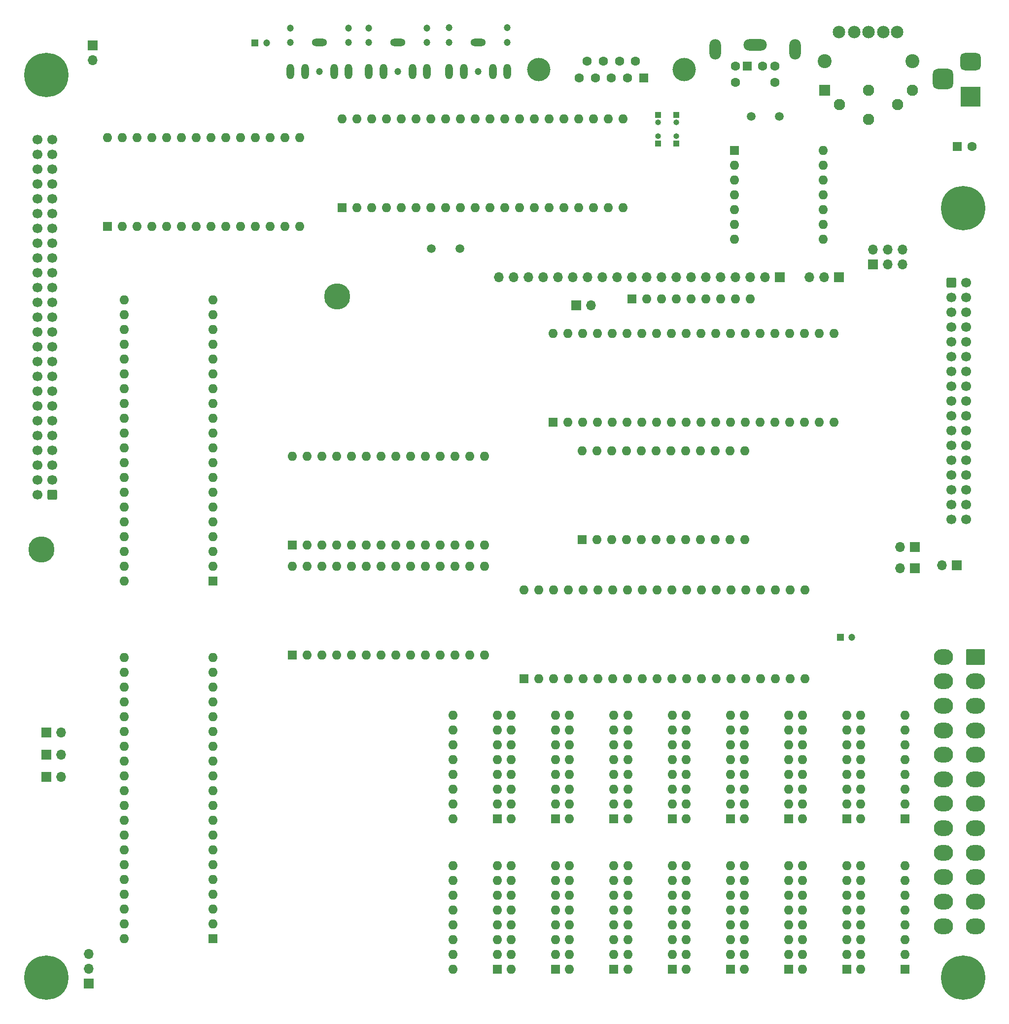
<source format=gbr>
%TF.GenerationSoftware,KiCad,Pcbnew,7.0.1*%
%TF.CreationDate,2023-05-06T23:27:48+01:00*%
%TF.ProjectId,CPC464-2MINIITX,43504334-3634-42d3-924d-494e49495458,rev?*%
%TF.SameCoordinates,Original*%
%TF.FileFunction,Soldermask,Bot*%
%TF.FilePolarity,Negative*%
%FSLAX46Y46*%
G04 Gerber Fmt 4.6, Leading zero omitted, Abs format (unit mm)*
G04 Created by KiCad (PCBNEW 7.0.1) date 2023-05-06 23:27:48*
%MOMM*%
%LPD*%
G01*
G04 APERTURE LIST*
G04 Aperture macros list*
%AMRoundRect*
0 Rectangle with rounded corners*
0 $1 Rounding radius*
0 $2 $3 $4 $5 $6 $7 $8 $9 X,Y pos of 4 corners*
0 Add a 4 corners polygon primitive as box body*
4,1,4,$2,$3,$4,$5,$6,$7,$8,$9,$2,$3,0*
0 Add four circle primitives for the rounded corners*
1,1,$1+$1,$2,$3*
1,1,$1+$1,$4,$5*
1,1,$1+$1,$6,$7*
1,1,$1+$1,$8,$9*
0 Add four rect primitives between the rounded corners*
20,1,$1+$1,$2,$3,$4,$5,0*
20,1,$1+$1,$4,$5,$6,$7,0*
20,1,$1+$1,$6,$7,$8,$9,0*
20,1,$1+$1,$8,$9,$2,$3,0*%
G04 Aperture macros list end*
%ADD10R,1.600000X1.600000*%
%ADD11O,1.600000X1.600000*%
%ADD12RoundRect,0.250000X-0.600000X-0.600000X0.600000X-0.600000X0.600000X0.600000X-0.600000X0.600000X0*%
%ADD13C,1.700000*%
%ADD14RoundRect,0.250000X0.600000X0.600000X-0.600000X0.600000X-0.600000X-0.600000X0.600000X-0.600000X0*%
%ADD15R,1.200000X1.200000*%
%ADD16C,1.200000*%
%ADD17C,4.500000*%
%ADD18C,0.800000*%
%ADD19C,7.620000*%
%ADD20C,1.500000*%
%ADD21R,1.000000X1.000000*%
%ADD22O,1.000000X1.000000*%
%ADD23O,2.616000X1.308000*%
%ADD24O,1.308000X2.616000*%
%ADD25R,1.700000X1.700000*%
%ADD26O,1.700000X1.700000*%
%ADD27R,3.500000X3.500000*%
%ADD28RoundRect,0.750000X-1.000000X0.750000X-1.000000X-0.750000X1.000000X-0.750000X1.000000X0.750000X0*%
%ADD29RoundRect,0.875000X-0.875000X0.875000X-0.875000X-0.875000X0.875000X-0.875000X0.875000X0.875000X0*%
%ADD30C,1.600000*%
%ADD31O,4.000000X2.000000*%
%ADD32O,2.000000X3.500000*%
%ADD33C,4.000000*%
%ADD34RoundRect,0.250001X-1.399999X1.099999X-1.399999X-1.099999X1.399999X-1.099999X1.399999X1.099999X0*%
%ADD35O,3.300000X2.700000*%
%ADD36C,2.400000*%
%ADD37R,1.950000X1.950000*%
%ADD38C,1.950000*%
%ADD39C,2.150000*%
G04 APERTURE END LIST*
D10*
%TO.C,IC111*%
X63680000Y-125200000D03*
D11*
X63680000Y-122660000D03*
X63680000Y-120120000D03*
X63680000Y-117580000D03*
X63680000Y-115040000D03*
X63680000Y-112500000D03*
X63680000Y-109960000D03*
X63680000Y-107420000D03*
X63680000Y-104880000D03*
X63680000Y-102340000D03*
X63680000Y-99800000D03*
X63680000Y-97260000D03*
X63680000Y-94720000D03*
X63680000Y-92180000D03*
X63680000Y-89640000D03*
X63680000Y-87100000D03*
X63680000Y-84560000D03*
X63680000Y-82020000D03*
X63680000Y-79480000D03*
X63680000Y-76940000D03*
X48440000Y-76940000D03*
X48440000Y-79480000D03*
X48440000Y-82020000D03*
X48440000Y-84560000D03*
X48440000Y-87100000D03*
X48440000Y-89640000D03*
X48440000Y-92180000D03*
X48440000Y-94720000D03*
X48440000Y-97260000D03*
X48440000Y-99800000D03*
X48440000Y-102340000D03*
X48440000Y-104880000D03*
X48440000Y-107420000D03*
X48440000Y-109960000D03*
X48440000Y-112500000D03*
X48440000Y-115040000D03*
X48440000Y-117580000D03*
X48440000Y-120120000D03*
X48440000Y-122660000D03*
X48440000Y-125200000D03*
%TD*%
D10*
%TO.C,IC701*%
X112520000Y-191830000D03*
D11*
X112520000Y-189290000D03*
X112520000Y-186750000D03*
X112520000Y-184210000D03*
X112520000Y-181670000D03*
X112520000Y-179130000D03*
X112520000Y-176590000D03*
X112520000Y-174050000D03*
X104900000Y-174050000D03*
X104900000Y-176590000D03*
X104900000Y-179130000D03*
X104900000Y-181670000D03*
X104900000Y-184210000D03*
X104900000Y-186750000D03*
X104900000Y-189290000D03*
X104900000Y-191830000D03*
%TD*%
D12*
%TO.C,CD402*%
X190500000Y-73959800D03*
D13*
X193040000Y-73959800D03*
X190500000Y-76499800D03*
X193040000Y-76499800D03*
X190500000Y-79039800D03*
X193040000Y-79039800D03*
X190500000Y-81579800D03*
X193040000Y-81579800D03*
X190500000Y-84119800D03*
X193040000Y-84119800D03*
X190500000Y-86659800D03*
X193040000Y-86659800D03*
X190500000Y-89199800D03*
X193040000Y-89199800D03*
X190500000Y-91739800D03*
X193040000Y-91739800D03*
X190500000Y-94279800D03*
X193040000Y-94279800D03*
X190500000Y-96819800D03*
X193040000Y-96819800D03*
X190500000Y-99359800D03*
X193040000Y-99359800D03*
X190500000Y-101899800D03*
X193040000Y-101899800D03*
X190500000Y-104439800D03*
X193040000Y-104439800D03*
X190500000Y-106979800D03*
X193040000Y-106979800D03*
X190500000Y-109519800D03*
X193040000Y-109519800D03*
X190500000Y-112059800D03*
X193040000Y-112059800D03*
X190500000Y-114599800D03*
X193040000Y-114599800D03*
%TD*%
D14*
%TO.C,PL1*%
X36086000Y-110432000D03*
D13*
X33546000Y-110432000D03*
X36086000Y-107892000D03*
X33546000Y-107892000D03*
X36086000Y-105352000D03*
X33546000Y-105352000D03*
X36086000Y-102812000D03*
X33546000Y-102812000D03*
X36086000Y-100272000D03*
X33546000Y-100272000D03*
X36086000Y-97732000D03*
X33546000Y-97732000D03*
X36086000Y-95192000D03*
X33546000Y-95192000D03*
X36086000Y-92652000D03*
X33546000Y-92652000D03*
X36086000Y-90112000D03*
X33546000Y-90112000D03*
X36086000Y-87572000D03*
X33546000Y-87572000D03*
X36086000Y-85032000D03*
X33546000Y-85032000D03*
X36086000Y-82492000D03*
X33546000Y-82492000D03*
X36086000Y-79952000D03*
X33546000Y-79952000D03*
X36086000Y-77412000D03*
X33546000Y-77412000D03*
X36086000Y-74872000D03*
X33546000Y-74872000D03*
X36086000Y-72332000D03*
X33546000Y-72332000D03*
X36086000Y-69792000D03*
X33546000Y-69792000D03*
X36086000Y-67252000D03*
X33546000Y-67252000D03*
X36086000Y-64712000D03*
X33546000Y-64712000D03*
X36086000Y-62172000D03*
X33546000Y-62172000D03*
X36086000Y-59632000D03*
X33546000Y-59632000D03*
X36086000Y-57092000D03*
X33546000Y-57092000D03*
X36086000Y-54552000D03*
X33546000Y-54552000D03*
X36086000Y-52012000D03*
X33546000Y-52012000D03*
X36086000Y-49472000D03*
X33546000Y-49472000D03*
%TD*%
D10*
%TO.C,IC704*%
X142520000Y-191830000D03*
D11*
X142520000Y-189290000D03*
X142520000Y-186750000D03*
X142520000Y-184210000D03*
X142520000Y-181670000D03*
X142520000Y-179130000D03*
X142520000Y-176590000D03*
X142520000Y-174050000D03*
X134900000Y-174050000D03*
X134900000Y-176590000D03*
X134900000Y-179130000D03*
X134900000Y-181670000D03*
X134900000Y-184210000D03*
X134900000Y-186750000D03*
X134900000Y-189290000D03*
X134900000Y-191830000D03*
%TD*%
%TO.C,NR1*%
X155917000Y-76776000D03*
X153377000Y-76776000D03*
X150837000Y-76776000D03*
X148297000Y-76776000D03*
X145757000Y-76776000D03*
X143217000Y-76776000D03*
X140677000Y-76776000D03*
X138137000Y-76776000D03*
D10*
X135597000Y-76776000D03*
%TD*%
D15*
%TO.C,C1071*%
X171400000Y-134850000D03*
D16*
X173400000Y-134850000D03*
%TD*%
D17*
%TO.C,H7*%
X84976000Y-76401000D03*
%TD*%
D18*
%TO.C,HA2*%
X192494200Y-58322600D03*
X192494200Y-64037600D03*
X194514758Y-59159542D03*
X194514758Y-63200658D03*
X190473642Y-63200658D03*
X190473642Y-59159542D03*
X195351700Y-61180100D03*
X189636700Y-61180100D03*
D19*
X192494200Y-61180100D03*
%TD*%
D20*
%TO.C,Y800*%
X160964000Y-45464000D03*
X156084000Y-45464000D03*
%TD*%
D21*
%TO.C,LK3*%
X140133200Y-50150000D03*
D22*
X140133200Y-48880000D03*
%TD*%
D21*
%TO.C,LK4*%
X143250000Y-50150000D03*
D22*
X143250000Y-48880000D03*
%TD*%
D16*
%TO.C,J103*%
X86963500Y-32774000D03*
X76963500Y-32774000D03*
X76963500Y-30274000D03*
X81963500Y-37774000D03*
X86963500Y-30274000D03*
D23*
X81963500Y-32774000D03*
D24*
X76963500Y-37774000D03*
X86963500Y-37774000D03*
X79463500Y-37774000D03*
X84463500Y-37774000D03*
%TD*%
D10*
%TO.C,IC122*%
X162520000Y-166000000D03*
D11*
X162520000Y-163460000D03*
X162520000Y-160920000D03*
X162520000Y-158380000D03*
X162520000Y-155840000D03*
X162520000Y-153300000D03*
X162520000Y-150760000D03*
X162520000Y-148220000D03*
X154900000Y-148220000D03*
X154900000Y-150760000D03*
X154900000Y-153300000D03*
X154900000Y-155840000D03*
X154900000Y-158380000D03*
X154900000Y-160920000D03*
X154900000Y-163460000D03*
X154900000Y-166000000D03*
%TD*%
D10*
%TO.C,IC121*%
X152520000Y-166000000D03*
D11*
X152520000Y-163460000D03*
X152520000Y-160920000D03*
X152520000Y-158380000D03*
X152520000Y-155840000D03*
X152520000Y-153300000D03*
X152520000Y-150760000D03*
X152520000Y-148220000D03*
X144900000Y-148220000D03*
X144900000Y-150760000D03*
X144900000Y-153300000D03*
X144900000Y-155840000D03*
X144900000Y-158380000D03*
X144900000Y-160920000D03*
X144900000Y-163460000D03*
X144900000Y-166000000D03*
%TD*%
D25*
%TO.C,J1071*%
X184210000Y-123000000D03*
D26*
X181670000Y-123000000D03*
%TD*%
D27*
%TO.C,J104*%
X193743500Y-42068000D03*
D28*
X193743500Y-36068000D03*
D29*
X189043500Y-39068000D03*
%TD*%
D10*
%TO.C,J804*%
X155470000Y-36825000D03*
D30*
X158070000Y-36825000D03*
X153370000Y-36825000D03*
X160170000Y-36825000D03*
X153370000Y-39625000D03*
X160170000Y-39625000D03*
D31*
X156770000Y-33175000D03*
D32*
X163620000Y-33975000D03*
X149920000Y-33975000D03*
%TD*%
D25*
%TO.C,J903*%
X42350000Y-194300000D03*
D26*
X42350000Y-191760000D03*
X42350000Y-189220000D03*
%TD*%
D25*
%TO.C,LK6*%
X35060000Y-155020000D03*
D26*
X37600000Y-155020000D03*
%TD*%
D30*
%TO.C,J102*%
X127935000Y-35986300D03*
X130705000Y-35986300D03*
X133475000Y-35986300D03*
X136245000Y-35986300D03*
X126550000Y-38826300D03*
X129320000Y-38826300D03*
X132090000Y-38826300D03*
X134860000Y-38826300D03*
D10*
X137630000Y-38826300D03*
D33*
X144590000Y-37406300D03*
X119590000Y-37406300D03*
%TD*%
D17*
%TO.C,H1*%
X34176000Y-119835000D03*
%TD*%
D10*
%TO.C,IC117*%
X142520000Y-166000000D03*
D11*
X142520000Y-163460000D03*
X142520000Y-160920000D03*
X142520000Y-158380000D03*
X142520000Y-155840000D03*
X142520000Y-153300000D03*
X142520000Y-150760000D03*
X142520000Y-148220000D03*
X134900000Y-148220000D03*
X134900000Y-150760000D03*
X134900000Y-153300000D03*
X134900000Y-155840000D03*
X134900000Y-158380000D03*
X134900000Y-160920000D03*
X134900000Y-163460000D03*
X134900000Y-166000000D03*
%TD*%
D10*
%TO.C,IC702*%
X122520000Y-191830000D03*
D11*
X122520000Y-189290000D03*
X122520000Y-186750000D03*
X122520000Y-184210000D03*
X122520000Y-181670000D03*
X122520000Y-179130000D03*
X122520000Y-176590000D03*
X122520000Y-174050000D03*
X114900000Y-174050000D03*
X114900000Y-176590000D03*
X114900000Y-179130000D03*
X114900000Y-181670000D03*
X114900000Y-184210000D03*
X114900000Y-186750000D03*
X114900000Y-189290000D03*
X114900000Y-191830000D03*
%TD*%
D10*
%TO.C,IC707*%
X172520000Y-191830000D03*
D11*
X172520000Y-189290000D03*
X172520000Y-186750000D03*
X172520000Y-184210000D03*
X172520000Y-181670000D03*
X172520000Y-179130000D03*
X172520000Y-176590000D03*
X172520000Y-174050000D03*
X164900000Y-174050000D03*
X164900000Y-176590000D03*
X164900000Y-179130000D03*
X164900000Y-181670000D03*
X164900000Y-184210000D03*
X164900000Y-186750000D03*
X164900000Y-189290000D03*
X164900000Y-191830000D03*
%TD*%
%TO.C,IC107*%
X85875000Y-45885000D03*
X88415000Y-45885000D03*
X90955000Y-45885000D03*
X93495000Y-45885000D03*
X96035000Y-45885000D03*
X98575000Y-45885000D03*
X101115000Y-45885000D03*
X103655000Y-45885000D03*
X106195000Y-45885000D03*
X108735000Y-45885000D03*
X111275000Y-45885000D03*
X113815000Y-45885000D03*
X116355000Y-45885000D03*
X118895000Y-45885000D03*
X121435000Y-45885000D03*
X123975000Y-45885000D03*
X126515000Y-45885000D03*
X129055000Y-45885000D03*
X131595000Y-45885000D03*
X134135000Y-45885000D03*
X134135000Y-61125000D03*
X131595000Y-61125000D03*
X129055000Y-61125000D03*
X126515000Y-61125000D03*
X123975000Y-61125000D03*
X121435000Y-61125000D03*
X118895000Y-61125000D03*
X116355000Y-61125000D03*
X113815000Y-61125000D03*
X111275000Y-61125000D03*
X108735000Y-61125000D03*
X106195000Y-61125000D03*
X103655000Y-61125000D03*
X101115000Y-61125000D03*
X98575000Y-61125000D03*
X96035000Y-61125000D03*
X93495000Y-61125000D03*
X90955000Y-61125000D03*
X88415000Y-61125000D03*
D10*
X85875000Y-61125000D03*
%TD*%
D18*
%TO.C,HA3*%
X35014200Y-190402600D03*
X35014200Y-196117600D03*
X37034758Y-191239542D03*
X37034758Y-195280658D03*
X32993642Y-195280658D03*
X32993642Y-191239542D03*
X37871700Y-193260100D03*
X32156700Y-193260100D03*
D19*
X35014200Y-193260100D03*
%TD*%
D21*
%TO.C,LK2*%
X143250000Y-45200000D03*
D22*
X143250000Y-46470000D03*
%TD*%
D10*
%TO.C,IC108*%
X63690000Y-186640000D03*
D11*
X63690000Y-184100000D03*
X63690000Y-181560000D03*
X63690000Y-179020000D03*
X63690000Y-176480000D03*
X63690000Y-173940000D03*
X63690000Y-171400000D03*
X63690000Y-168860000D03*
X63690000Y-166320000D03*
X63690000Y-163780000D03*
X63690000Y-161240000D03*
X63690000Y-158700000D03*
X63690000Y-156160000D03*
X63690000Y-153620000D03*
X63690000Y-151080000D03*
X63690000Y-148540000D03*
X63690000Y-146000000D03*
X63690000Y-143460000D03*
X63690000Y-140920000D03*
X63690000Y-138380000D03*
X48450000Y-138380000D03*
X48450000Y-140920000D03*
X48450000Y-143460000D03*
X48450000Y-146000000D03*
X48450000Y-148540000D03*
X48450000Y-151080000D03*
X48450000Y-153620000D03*
X48450000Y-156160000D03*
X48450000Y-158700000D03*
X48450000Y-161240000D03*
X48450000Y-163780000D03*
X48450000Y-166320000D03*
X48450000Y-168860000D03*
X48450000Y-171400000D03*
X48450000Y-173940000D03*
X48450000Y-176480000D03*
X48450000Y-179020000D03*
X48450000Y-181560000D03*
X48450000Y-184100000D03*
X48450000Y-186640000D03*
%TD*%
D25*
%TO.C,J106*%
X126025000Y-77900000D03*
D26*
X128565000Y-77900000D03*
%TD*%
D10*
%TO.C,IC705*%
X152520000Y-191830000D03*
D11*
X152520000Y-189290000D03*
X152520000Y-186750000D03*
X152520000Y-184210000D03*
X152520000Y-181670000D03*
X152520000Y-179130000D03*
X152520000Y-176590000D03*
X152520000Y-174050000D03*
X144900000Y-174050000D03*
X144900000Y-176590000D03*
X144900000Y-179130000D03*
X144900000Y-181670000D03*
X144900000Y-184210000D03*
X144900000Y-186750000D03*
X144900000Y-189290000D03*
X144900000Y-191830000D03*
%TD*%
D20*
%TO.C,X101*%
X101150000Y-68150000D03*
X106030000Y-68150000D03*
%TD*%
D10*
%TO.C,IC118*%
X132520000Y-166000000D03*
D11*
X132520000Y-163460000D03*
X132520000Y-160920000D03*
X132520000Y-158380000D03*
X132520000Y-155840000D03*
X132520000Y-153300000D03*
X132520000Y-150760000D03*
X132520000Y-148220000D03*
X124900000Y-148220000D03*
X124900000Y-150760000D03*
X124900000Y-153300000D03*
X124900000Y-155840000D03*
X124900000Y-158380000D03*
X124900000Y-160920000D03*
X124900000Y-163460000D03*
X124900000Y-166000000D03*
%TD*%
D10*
%TO.C,IC103*%
X77300000Y-119025000D03*
D11*
X79840000Y-119025000D03*
X82380000Y-119025000D03*
X84920000Y-119025000D03*
X87460000Y-119025000D03*
X90000000Y-119025000D03*
X92540000Y-119025000D03*
X95080000Y-119025000D03*
X97620000Y-119025000D03*
X100160000Y-119025000D03*
X102700000Y-119025000D03*
X105240000Y-119025000D03*
X107780000Y-119025000D03*
X110320000Y-119025000D03*
X110320000Y-103785000D03*
X107780000Y-103785000D03*
X105240000Y-103785000D03*
X102700000Y-103785000D03*
X100160000Y-103785000D03*
X97620000Y-103785000D03*
X95080000Y-103785000D03*
X92540000Y-103785000D03*
X90000000Y-103785000D03*
X87460000Y-103785000D03*
X84920000Y-103785000D03*
X82380000Y-103785000D03*
X79840000Y-103785000D03*
X77300000Y-103785000D03*
%TD*%
D10*
%TO.C,IC706*%
X162520000Y-191830000D03*
D11*
X162520000Y-189290000D03*
X162520000Y-186750000D03*
X162520000Y-184210000D03*
X162520000Y-181670000D03*
X162520000Y-179130000D03*
X162520000Y-176590000D03*
X162520000Y-174050000D03*
X154900000Y-174050000D03*
X154900000Y-176590000D03*
X154900000Y-179130000D03*
X154900000Y-181670000D03*
X154900000Y-184210000D03*
X154900000Y-186750000D03*
X154900000Y-189290000D03*
X154900000Y-191830000D03*
%TD*%
D10*
%TO.C,IC120*%
X112520000Y-165993400D03*
D11*
X112520000Y-163453400D03*
X112520000Y-160913400D03*
X112520000Y-158373400D03*
X112520000Y-155833400D03*
X112520000Y-153293400D03*
X112520000Y-150753400D03*
X112520000Y-148213400D03*
X104900000Y-148213400D03*
X104900000Y-150753400D03*
X104900000Y-153293400D03*
X104900000Y-155833400D03*
X104900000Y-158373400D03*
X104900000Y-160913400D03*
X104900000Y-163453400D03*
X104900000Y-165993400D03*
%TD*%
D26*
%TO.C,CP2*%
X112790000Y-73050000D03*
X115330000Y-73050000D03*
X117870000Y-73050000D03*
X120410000Y-73050000D03*
X122950000Y-73050000D03*
X125490000Y-73050000D03*
X128030000Y-73050000D03*
X130570000Y-73050000D03*
X133110000Y-73050000D03*
X135650000Y-73050000D03*
X138190000Y-73050000D03*
X140730000Y-73050000D03*
X143270000Y-73050000D03*
X145810000Y-73050000D03*
X148350000Y-73050000D03*
X150890000Y-73050000D03*
X153430000Y-73050000D03*
X155970000Y-73050000D03*
X158510000Y-73050000D03*
D25*
X161050000Y-73050000D03*
%TD*%
D10*
%TO.C,IC102*%
X45550000Y-64325000D03*
D11*
X48090000Y-64325000D03*
X50630000Y-64325000D03*
X53170000Y-64325000D03*
X55710000Y-64325000D03*
X58250000Y-64325000D03*
X60790000Y-64325000D03*
X63330000Y-64325000D03*
X65870000Y-64325000D03*
X68410000Y-64325000D03*
X70950000Y-64325000D03*
X73490000Y-64325000D03*
X76030000Y-64325000D03*
X78570000Y-64325000D03*
X78570000Y-49085000D03*
X76030000Y-49085000D03*
X73490000Y-49085000D03*
X70950000Y-49085000D03*
X68410000Y-49085000D03*
X65870000Y-49085000D03*
X63330000Y-49085000D03*
X60790000Y-49085000D03*
X58250000Y-49085000D03*
X55710000Y-49085000D03*
X53170000Y-49085000D03*
X50630000Y-49085000D03*
X48090000Y-49085000D03*
X45550000Y-49085000D03*
%TD*%
D10*
%TO.C,IC404*%
X77300000Y-137885000D03*
D11*
X79840000Y-137885000D03*
X82380000Y-137885000D03*
X84920000Y-137885000D03*
X87460000Y-137885000D03*
X90000000Y-137885000D03*
X92540000Y-137885000D03*
X95080000Y-137885000D03*
X97620000Y-137885000D03*
X100160000Y-137885000D03*
X102700000Y-137885000D03*
X105240000Y-137885000D03*
X107780000Y-137885000D03*
X110320000Y-137885000D03*
X110320000Y-122645000D03*
X107780000Y-122645000D03*
X105240000Y-122645000D03*
X102700000Y-122645000D03*
X100160000Y-122645000D03*
X97620000Y-122645000D03*
X95080000Y-122645000D03*
X92540000Y-122645000D03*
X90000000Y-122645000D03*
X87460000Y-122645000D03*
X84920000Y-122645000D03*
X82380000Y-122645000D03*
X79840000Y-122645000D03*
X77300000Y-122645000D03*
%TD*%
D10*
%TO.C,IC708*%
X182520000Y-191830000D03*
D11*
X182520000Y-189290000D03*
X182520000Y-186750000D03*
X182520000Y-184210000D03*
X182520000Y-181670000D03*
X182520000Y-179130000D03*
X182520000Y-176590000D03*
X182520000Y-174050000D03*
X174900000Y-174050000D03*
X174900000Y-176590000D03*
X174900000Y-179130000D03*
X174900000Y-181670000D03*
X174900000Y-184210000D03*
X174900000Y-186750000D03*
X174900000Y-189290000D03*
X174900000Y-191830000D03*
%TD*%
D10*
%TO.C,IC123*%
X172520000Y-166000000D03*
D11*
X172520000Y-163460000D03*
X172520000Y-160920000D03*
X172520000Y-158380000D03*
X172520000Y-155840000D03*
X172520000Y-153300000D03*
X172520000Y-150760000D03*
X172520000Y-148220000D03*
X164900000Y-148220000D03*
X164900000Y-150760000D03*
X164900000Y-153300000D03*
X164900000Y-155840000D03*
X164900000Y-158380000D03*
X164900000Y-160920000D03*
X164900000Y-163460000D03*
X164900000Y-166000000D03*
%TD*%
D16*
%TO.C,J350*%
X100425500Y-32774000D03*
X90425500Y-32774000D03*
X90425500Y-30274000D03*
X95425500Y-37774000D03*
X100425500Y-30274000D03*
D23*
X95425500Y-32774000D03*
D24*
X90425500Y-37774000D03*
X100425500Y-37774000D03*
X92925500Y-37774000D03*
X97925500Y-37774000D03*
%TD*%
D25*
%TO.C,J800*%
X177053000Y-70871000D03*
D26*
X177053000Y-68331000D03*
X179593000Y-70871000D03*
X179593000Y-68331000D03*
X182133000Y-70871000D03*
X182133000Y-68331000D03*
%TD*%
D25*
%TO.C,LK5*%
X35060000Y-158850000D03*
D26*
X37600000Y-158850000D03*
%TD*%
D21*
%TO.C,LK1*%
X140133200Y-45200000D03*
D22*
X140133200Y-46470000D03*
%TD*%
D34*
%TO.C,J901*%
X194600000Y-138250000D03*
D35*
X194600000Y-142450000D03*
X194600000Y-146650000D03*
X194600000Y-150850000D03*
X194600000Y-155050000D03*
X194600000Y-159250000D03*
X194600000Y-163450000D03*
X194600000Y-167650000D03*
X194600000Y-171850000D03*
X194600000Y-176050000D03*
X194600000Y-180250000D03*
X194600000Y-184450000D03*
X189100000Y-138250000D03*
X189100000Y-142450000D03*
X189100000Y-146650000D03*
X189100000Y-150850000D03*
X189100000Y-155050000D03*
X189100000Y-159250000D03*
X189100000Y-163450000D03*
X189100000Y-167650000D03*
X189100000Y-171850000D03*
X189100000Y-176050000D03*
X189100000Y-180250000D03*
X189100000Y-184450000D03*
%TD*%
D10*
%TO.C,IC124*%
X182520000Y-166000000D03*
D11*
X182520000Y-163460000D03*
X182520000Y-160920000D03*
X182520000Y-158380000D03*
X182520000Y-155840000D03*
X182520000Y-153300000D03*
X182520000Y-150760000D03*
X182520000Y-148220000D03*
X174900000Y-148220000D03*
X174900000Y-150760000D03*
X174900000Y-153300000D03*
X174900000Y-155840000D03*
X174900000Y-158380000D03*
X174900000Y-160920000D03*
X174900000Y-163460000D03*
X174900000Y-166000000D03*
%TD*%
D25*
%TO.C,J902*%
X184200000Y-119350000D03*
D26*
X181660000Y-119350000D03*
%TD*%
D10*
%TO.C,IC804*%
X153260000Y-51350000D03*
D11*
X153260000Y-53890000D03*
X153260000Y-56430000D03*
X153260000Y-58970000D03*
X153260000Y-61510000D03*
X153260000Y-64050000D03*
X153260000Y-66590000D03*
X168500000Y-66590000D03*
X168500000Y-64050000D03*
X168500000Y-61510000D03*
X168500000Y-58970000D03*
X168500000Y-56430000D03*
X168500000Y-53890000D03*
X168500000Y-51350000D03*
%TD*%
D18*
%TO.C,HA1*%
X192494200Y-190402600D03*
X192494200Y-196117600D03*
X194514758Y-191239542D03*
X194514758Y-195280658D03*
X190473642Y-195280658D03*
X190473642Y-191239542D03*
X195351700Y-193260100D03*
X189636700Y-193260100D03*
D19*
X192494200Y-193260100D03*
%TD*%
D10*
%TO.C,IC451*%
X127030000Y-118090000D03*
D11*
X129570000Y-118090000D03*
X132110000Y-118090000D03*
X134650000Y-118090000D03*
X137190000Y-118090000D03*
X139730000Y-118090000D03*
X142270000Y-118090000D03*
X144810000Y-118090000D03*
X147350000Y-118090000D03*
X149890000Y-118090000D03*
X152430000Y-118090000D03*
X154970000Y-118090000D03*
X154970000Y-102850000D03*
X152430000Y-102850000D03*
X149890000Y-102850000D03*
X147350000Y-102850000D03*
X144810000Y-102850000D03*
X142270000Y-102850000D03*
X139730000Y-102850000D03*
X137190000Y-102850000D03*
X134650000Y-102850000D03*
X132110000Y-102850000D03*
X129570000Y-102850000D03*
X127030000Y-102850000D03*
%TD*%
D18*
%TO.C,HA4*%
X35014200Y-35462600D03*
X35014200Y-41177600D03*
X37034758Y-36299542D03*
X37034758Y-40340658D03*
X32993642Y-40340658D03*
X32993642Y-36299542D03*
X37871700Y-38320100D03*
X32156700Y-38320100D03*
D19*
X35014200Y-38320100D03*
%TD*%
D10*
%TO.C,IC401*%
X122093400Y-97969000D03*
D11*
X124633400Y-97969000D03*
X127173400Y-97969000D03*
X129713400Y-97969000D03*
X132253400Y-97969000D03*
X134793400Y-97969000D03*
X137333400Y-97969000D03*
X139873400Y-97969000D03*
X142413400Y-97969000D03*
X144953400Y-97969000D03*
X147493400Y-97969000D03*
X150033400Y-97969000D03*
X152573400Y-97969000D03*
X155113400Y-97969000D03*
X157653400Y-97969000D03*
X160193400Y-97969000D03*
X162733400Y-97969000D03*
X165273400Y-97969000D03*
X167813400Y-97969000D03*
X170353400Y-97969000D03*
X170353400Y-82729000D03*
X167813400Y-82729000D03*
X165273400Y-82729000D03*
X162733400Y-82729000D03*
X160193400Y-82729000D03*
X157653400Y-82729000D03*
X155113400Y-82729000D03*
X152573400Y-82729000D03*
X150033400Y-82729000D03*
X147493400Y-82729000D03*
X144953400Y-82729000D03*
X142413400Y-82729000D03*
X139873400Y-82729000D03*
X137333400Y-82729000D03*
X134793400Y-82729000D03*
X132253400Y-82729000D03*
X129713400Y-82729000D03*
X127173400Y-82729000D03*
X124633400Y-82729000D03*
X122093400Y-82729000D03*
%TD*%
D10*
%TO.C,C101*%
X191504700Y-50596800D03*
D30*
X194004700Y-50596800D03*
%TD*%
D10*
%TO.C,IC119*%
X122520000Y-165993400D03*
D11*
X122520000Y-163453400D03*
X122520000Y-160913400D03*
X122520000Y-158373400D03*
X122520000Y-155833400D03*
X122520000Y-153293400D03*
X122520000Y-150753400D03*
X122520000Y-148213400D03*
X114900000Y-148213400D03*
X114900000Y-150753400D03*
X114900000Y-153293400D03*
X114900000Y-155833400D03*
X114900000Y-158373400D03*
X114900000Y-160913400D03*
X114900000Y-163453400D03*
X114900000Y-165993400D03*
%TD*%
D10*
%TO.C,IC116*%
X117070000Y-141990000D03*
D11*
X119610000Y-141990000D03*
X122150000Y-141990000D03*
X124690000Y-141990000D03*
X127230000Y-141990000D03*
X129770000Y-141990000D03*
X132310000Y-141990000D03*
X134850000Y-141990000D03*
X137390000Y-141990000D03*
X139930000Y-141990000D03*
X142470000Y-141990000D03*
X145010000Y-141990000D03*
X147550000Y-141990000D03*
X150090000Y-141990000D03*
X152630000Y-141990000D03*
X155170000Y-141990000D03*
X157710000Y-141990000D03*
X160250000Y-141990000D03*
X162790000Y-141990000D03*
X165330000Y-141990000D03*
X165330000Y-126750000D03*
X162790000Y-126750000D03*
X160250000Y-126750000D03*
X157710000Y-126750000D03*
X155170000Y-126750000D03*
X152630000Y-126750000D03*
X150090000Y-126750000D03*
X147550000Y-126750000D03*
X145010000Y-126750000D03*
X142470000Y-126750000D03*
X139930000Y-126750000D03*
X137390000Y-126750000D03*
X134850000Y-126750000D03*
X132310000Y-126750000D03*
X129770000Y-126750000D03*
X127230000Y-126750000D03*
X124690000Y-126750000D03*
X122150000Y-126750000D03*
X119610000Y-126750000D03*
X117070000Y-126750000D03*
%TD*%
D10*
%TO.C,IC703*%
X132520000Y-191830000D03*
D11*
X132520000Y-189290000D03*
X132520000Y-186750000D03*
X132520000Y-184210000D03*
X132520000Y-181670000D03*
X132520000Y-179130000D03*
X132520000Y-176590000D03*
X132520000Y-174050000D03*
X124900000Y-174050000D03*
X124900000Y-176590000D03*
X124900000Y-179130000D03*
X124900000Y-181670000D03*
X124900000Y-184210000D03*
X124900000Y-186750000D03*
X124900000Y-189290000D03*
X124900000Y-191830000D03*
%TD*%
D25*
%TO.C,J105*%
X171200000Y-73050000D03*
D26*
X168660000Y-73050000D03*
X166120000Y-73050000D03*
%TD*%
D25*
%TO.C,LK8*%
X35060000Y-151204600D03*
D26*
X37600000Y-151204600D03*
%TD*%
D16*
%TO.C,J351*%
X114220000Y-32766000D03*
X104220000Y-32766000D03*
X104220000Y-30266000D03*
X109220000Y-37766000D03*
X114220000Y-30266000D03*
D23*
X109220000Y-32766000D03*
D24*
X104220000Y-37766000D03*
X114220000Y-37766000D03*
X106720000Y-37766000D03*
X111720000Y-37766000D03*
%TD*%
D25*
%TO.C,LK401*%
X43000000Y-33275000D03*
D26*
X43000000Y-35815000D03*
%TD*%
D15*
%TO.C,C351*%
X70850000Y-32850000D03*
D16*
X72850000Y-32850000D03*
%TD*%
D25*
%TO.C,LK402*%
X191456000Y-122499200D03*
D26*
X188916000Y-122499200D03*
%TD*%
D36*
%TO.C,J101*%
X183763400Y-35966400D03*
X168763400Y-35966400D03*
D37*
X168763400Y-40966400D03*
D38*
X171263400Y-43466400D03*
X176263400Y-40966400D03*
X181263400Y-43466400D03*
X183763400Y-40966400D03*
X176263400Y-45966400D03*
D39*
X176263400Y-31013400D03*
X173763400Y-30966400D03*
X181183400Y-31013400D03*
X178763400Y-30966400D03*
X171183400Y-31013400D03*
%TD*%
M02*

</source>
